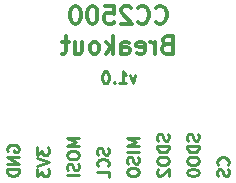
<source format=gbr>
G04 #@! TF.FileFunction,Legend,Bot*
%FSLAX46Y46*%
G04 Gerber Fmt 4.6, Leading zero omitted, Abs format (unit mm)*
G04 Created by KiCad (PCBNEW 4.0.7) date Wednesday, 02 May 2018 'AMt' 01:47:09 AM*
%MOMM*%
%LPD*%
G01*
G04 APERTURE LIST*
%ADD10C,0.100000*%
%ADD11C,0.250000*%
%ADD12C,0.300000*%
G04 APERTURE END LIST*
D10*
D11*
X110318571Y-89785714D02*
X110080476Y-90452381D01*
X109842380Y-89785714D01*
X108937618Y-90452381D02*
X109509047Y-90452381D01*
X109223333Y-90452381D02*
X109223333Y-89452381D01*
X109318571Y-89595238D01*
X109413809Y-89690476D01*
X109509047Y-89738095D01*
X108509047Y-90357143D02*
X108461428Y-90404762D01*
X108509047Y-90452381D01*
X108556666Y-90404762D01*
X108509047Y-90357143D01*
X108509047Y-90452381D01*
X107842381Y-89452381D02*
X107747142Y-89452381D01*
X107651904Y-89500000D01*
X107604285Y-89547619D01*
X107556666Y-89642857D01*
X107509047Y-89833333D01*
X107509047Y-90071429D01*
X107556666Y-90261905D01*
X107604285Y-90357143D01*
X107651904Y-90404762D01*
X107747142Y-90452381D01*
X107842381Y-90452381D01*
X107937619Y-90404762D01*
X107985238Y-90357143D01*
X108032857Y-90261905D01*
X108080476Y-90071429D01*
X108080476Y-89833333D01*
X108032857Y-89642857D01*
X107985238Y-89547619D01*
X107937619Y-89500000D01*
X107842381Y-89452381D01*
D12*
X112032856Y-85260714D02*
X112104285Y-85332143D01*
X112318571Y-85403571D01*
X112461428Y-85403571D01*
X112675713Y-85332143D01*
X112818571Y-85189286D01*
X112889999Y-85046429D01*
X112961428Y-84760714D01*
X112961428Y-84546429D01*
X112889999Y-84260714D01*
X112818571Y-84117857D01*
X112675713Y-83975000D01*
X112461428Y-83903571D01*
X112318571Y-83903571D01*
X112104285Y-83975000D01*
X112032856Y-84046429D01*
X110532856Y-85260714D02*
X110604285Y-85332143D01*
X110818571Y-85403571D01*
X110961428Y-85403571D01*
X111175713Y-85332143D01*
X111318571Y-85189286D01*
X111389999Y-85046429D01*
X111461428Y-84760714D01*
X111461428Y-84546429D01*
X111389999Y-84260714D01*
X111318571Y-84117857D01*
X111175713Y-83975000D01*
X110961428Y-83903571D01*
X110818571Y-83903571D01*
X110604285Y-83975000D01*
X110532856Y-84046429D01*
X109961428Y-84046429D02*
X109889999Y-83975000D01*
X109747142Y-83903571D01*
X109389999Y-83903571D01*
X109247142Y-83975000D01*
X109175713Y-84046429D01*
X109104285Y-84189286D01*
X109104285Y-84332143D01*
X109175713Y-84546429D01*
X110032856Y-85403571D01*
X109104285Y-85403571D01*
X107747142Y-83903571D02*
X108461428Y-83903571D01*
X108532857Y-84617857D01*
X108461428Y-84546429D01*
X108318571Y-84475000D01*
X107961428Y-84475000D01*
X107818571Y-84546429D01*
X107747142Y-84617857D01*
X107675714Y-84760714D01*
X107675714Y-85117857D01*
X107747142Y-85260714D01*
X107818571Y-85332143D01*
X107961428Y-85403571D01*
X108318571Y-85403571D01*
X108461428Y-85332143D01*
X108532857Y-85260714D01*
X106747143Y-83903571D02*
X106604286Y-83903571D01*
X106461429Y-83975000D01*
X106390000Y-84046429D01*
X106318571Y-84189286D01*
X106247143Y-84475000D01*
X106247143Y-84832143D01*
X106318571Y-85117857D01*
X106390000Y-85260714D01*
X106461429Y-85332143D01*
X106604286Y-85403571D01*
X106747143Y-85403571D01*
X106890000Y-85332143D01*
X106961429Y-85260714D01*
X107032857Y-85117857D01*
X107104286Y-84832143D01*
X107104286Y-84475000D01*
X107032857Y-84189286D01*
X106961429Y-84046429D01*
X106890000Y-83975000D01*
X106747143Y-83903571D01*
X105318572Y-83903571D02*
X105175715Y-83903571D01*
X105032858Y-83975000D01*
X104961429Y-84046429D01*
X104890000Y-84189286D01*
X104818572Y-84475000D01*
X104818572Y-84832143D01*
X104890000Y-85117857D01*
X104961429Y-85260714D01*
X105032858Y-85332143D01*
X105175715Y-85403571D01*
X105318572Y-85403571D01*
X105461429Y-85332143D01*
X105532858Y-85260714D01*
X105604286Y-85117857D01*
X105675715Y-84832143D01*
X105675715Y-84475000D01*
X105604286Y-84189286D01*
X105532858Y-84046429D01*
X105461429Y-83975000D01*
X105318572Y-83903571D01*
X112961428Y-87167857D02*
X112747142Y-87239286D01*
X112675714Y-87310714D01*
X112604285Y-87453571D01*
X112604285Y-87667857D01*
X112675714Y-87810714D01*
X112747142Y-87882143D01*
X112890000Y-87953571D01*
X113461428Y-87953571D01*
X113461428Y-86453571D01*
X112961428Y-86453571D01*
X112818571Y-86525000D01*
X112747142Y-86596429D01*
X112675714Y-86739286D01*
X112675714Y-86882143D01*
X112747142Y-87025000D01*
X112818571Y-87096429D01*
X112961428Y-87167857D01*
X113461428Y-87167857D01*
X111961428Y-87953571D02*
X111961428Y-86953571D01*
X111961428Y-87239286D02*
X111890000Y-87096429D01*
X111818571Y-87025000D01*
X111675714Y-86953571D01*
X111532857Y-86953571D01*
X110461429Y-87882143D02*
X110604286Y-87953571D01*
X110890000Y-87953571D01*
X111032857Y-87882143D01*
X111104286Y-87739286D01*
X111104286Y-87167857D01*
X111032857Y-87025000D01*
X110890000Y-86953571D01*
X110604286Y-86953571D01*
X110461429Y-87025000D01*
X110390000Y-87167857D01*
X110390000Y-87310714D01*
X111104286Y-87453571D01*
X109104286Y-87953571D02*
X109104286Y-87167857D01*
X109175715Y-87025000D01*
X109318572Y-86953571D01*
X109604286Y-86953571D01*
X109747143Y-87025000D01*
X109104286Y-87882143D02*
X109247143Y-87953571D01*
X109604286Y-87953571D01*
X109747143Y-87882143D01*
X109818572Y-87739286D01*
X109818572Y-87596429D01*
X109747143Y-87453571D01*
X109604286Y-87382143D01*
X109247143Y-87382143D01*
X109104286Y-87310714D01*
X108390000Y-87953571D02*
X108390000Y-86453571D01*
X108247143Y-87382143D02*
X107818572Y-87953571D01*
X107818572Y-86953571D02*
X108390000Y-87525000D01*
X106961428Y-87953571D02*
X107104286Y-87882143D01*
X107175714Y-87810714D01*
X107247143Y-87667857D01*
X107247143Y-87239286D01*
X107175714Y-87096429D01*
X107104286Y-87025000D01*
X106961428Y-86953571D01*
X106747143Y-86953571D01*
X106604286Y-87025000D01*
X106532857Y-87096429D01*
X106461428Y-87239286D01*
X106461428Y-87667857D01*
X106532857Y-87810714D01*
X106604286Y-87882143D01*
X106747143Y-87953571D01*
X106961428Y-87953571D01*
X105175714Y-86953571D02*
X105175714Y-87953571D01*
X105818571Y-86953571D02*
X105818571Y-87739286D01*
X105747143Y-87882143D01*
X105604285Y-87953571D01*
X105390000Y-87953571D01*
X105247143Y-87882143D01*
X105175714Y-87810714D01*
X104675714Y-86953571D02*
X104104285Y-86953571D01*
X104461428Y-86453571D02*
X104461428Y-87739286D01*
X104390000Y-87882143D01*
X104247142Y-87953571D01*
X104104285Y-87953571D01*
D11*
X118137143Y-97357143D02*
X118184762Y-97309524D01*
X118232381Y-97166667D01*
X118232381Y-97071429D01*
X118184762Y-96928571D01*
X118089524Y-96833333D01*
X117994286Y-96785714D01*
X117803810Y-96738095D01*
X117660952Y-96738095D01*
X117470476Y-96785714D01*
X117375238Y-96833333D01*
X117280000Y-96928571D01*
X117232381Y-97071429D01*
X117232381Y-97166667D01*
X117280000Y-97309524D01*
X117327619Y-97357143D01*
X118184762Y-97738095D02*
X118232381Y-97880952D01*
X118232381Y-98119048D01*
X118184762Y-98214286D01*
X118137143Y-98261905D01*
X118041905Y-98309524D01*
X117946667Y-98309524D01*
X117851429Y-98261905D01*
X117803810Y-98214286D01*
X117756190Y-98119048D01*
X117708571Y-97928571D01*
X117660952Y-97833333D01*
X117613333Y-97785714D01*
X117518095Y-97738095D01*
X117422857Y-97738095D01*
X117327619Y-97785714D01*
X117280000Y-97833333D01*
X117232381Y-97928571D01*
X117232381Y-98166667D01*
X117280000Y-98309524D01*
X115644762Y-94738095D02*
X115692381Y-94880952D01*
X115692381Y-95119048D01*
X115644762Y-95214286D01*
X115597143Y-95261905D01*
X115501905Y-95309524D01*
X115406667Y-95309524D01*
X115311429Y-95261905D01*
X115263810Y-95214286D01*
X115216190Y-95119048D01*
X115168571Y-94928571D01*
X115120952Y-94833333D01*
X115073333Y-94785714D01*
X114978095Y-94738095D01*
X114882857Y-94738095D01*
X114787619Y-94785714D01*
X114740000Y-94833333D01*
X114692381Y-94928571D01*
X114692381Y-95166667D01*
X114740000Y-95309524D01*
X115692381Y-95738095D02*
X114692381Y-95738095D01*
X114692381Y-95976190D01*
X114740000Y-96119048D01*
X114835238Y-96214286D01*
X114930476Y-96261905D01*
X115120952Y-96309524D01*
X115263810Y-96309524D01*
X115454286Y-96261905D01*
X115549524Y-96214286D01*
X115644762Y-96119048D01*
X115692381Y-95976190D01*
X115692381Y-95738095D01*
X114692381Y-96928571D02*
X114692381Y-97119048D01*
X114740000Y-97214286D01*
X114835238Y-97309524D01*
X115025714Y-97357143D01*
X115359048Y-97357143D01*
X115549524Y-97309524D01*
X115644762Y-97214286D01*
X115692381Y-97119048D01*
X115692381Y-96928571D01*
X115644762Y-96833333D01*
X115549524Y-96738095D01*
X115359048Y-96690476D01*
X115025714Y-96690476D01*
X114835238Y-96738095D01*
X114740000Y-96833333D01*
X114692381Y-96928571D01*
X114692381Y-97976190D02*
X114692381Y-98071429D01*
X114740000Y-98166667D01*
X114787619Y-98214286D01*
X114882857Y-98261905D01*
X115073333Y-98309524D01*
X115311429Y-98309524D01*
X115501905Y-98261905D01*
X115597143Y-98214286D01*
X115644762Y-98166667D01*
X115692381Y-98071429D01*
X115692381Y-97976190D01*
X115644762Y-97880952D01*
X115597143Y-97833333D01*
X115501905Y-97785714D01*
X115311429Y-97738095D01*
X115073333Y-97738095D01*
X114882857Y-97785714D01*
X114787619Y-97833333D01*
X114740000Y-97880952D01*
X114692381Y-97976190D01*
X113104762Y-94738095D02*
X113152381Y-94880952D01*
X113152381Y-95119048D01*
X113104762Y-95214286D01*
X113057143Y-95261905D01*
X112961905Y-95309524D01*
X112866667Y-95309524D01*
X112771429Y-95261905D01*
X112723810Y-95214286D01*
X112676190Y-95119048D01*
X112628571Y-94928571D01*
X112580952Y-94833333D01*
X112533333Y-94785714D01*
X112438095Y-94738095D01*
X112342857Y-94738095D01*
X112247619Y-94785714D01*
X112200000Y-94833333D01*
X112152381Y-94928571D01*
X112152381Y-95166667D01*
X112200000Y-95309524D01*
X113152381Y-95738095D02*
X112152381Y-95738095D01*
X112152381Y-95976190D01*
X112200000Y-96119048D01*
X112295238Y-96214286D01*
X112390476Y-96261905D01*
X112580952Y-96309524D01*
X112723810Y-96309524D01*
X112914286Y-96261905D01*
X113009524Y-96214286D01*
X113104762Y-96119048D01*
X113152381Y-95976190D01*
X113152381Y-95738095D01*
X112152381Y-96928571D02*
X112152381Y-97119048D01*
X112200000Y-97214286D01*
X112295238Y-97309524D01*
X112485714Y-97357143D01*
X112819048Y-97357143D01*
X113009524Y-97309524D01*
X113104762Y-97214286D01*
X113152381Y-97119048D01*
X113152381Y-96928571D01*
X113104762Y-96833333D01*
X113009524Y-96738095D01*
X112819048Y-96690476D01*
X112485714Y-96690476D01*
X112295238Y-96738095D01*
X112200000Y-96833333D01*
X112152381Y-96928571D01*
X112247619Y-97738095D02*
X112200000Y-97785714D01*
X112152381Y-97880952D01*
X112152381Y-98119048D01*
X112200000Y-98214286D01*
X112247619Y-98261905D01*
X112342857Y-98309524D01*
X112438095Y-98309524D01*
X112580952Y-98261905D01*
X113152381Y-97690476D01*
X113152381Y-98309524D01*
X110612381Y-95119048D02*
X109612381Y-95119048D01*
X110326667Y-95452382D01*
X109612381Y-95785715D01*
X110612381Y-95785715D01*
X110612381Y-96261905D02*
X109612381Y-96261905D01*
X110564762Y-96690476D02*
X110612381Y-96833333D01*
X110612381Y-97071429D01*
X110564762Y-97166667D01*
X110517143Y-97214286D01*
X110421905Y-97261905D01*
X110326667Y-97261905D01*
X110231429Y-97214286D01*
X110183810Y-97166667D01*
X110136190Y-97071429D01*
X110088571Y-96880952D01*
X110040952Y-96785714D01*
X109993333Y-96738095D01*
X109898095Y-96690476D01*
X109802857Y-96690476D01*
X109707619Y-96738095D01*
X109660000Y-96785714D01*
X109612381Y-96880952D01*
X109612381Y-97119048D01*
X109660000Y-97261905D01*
X109612381Y-97880952D02*
X109612381Y-98071429D01*
X109660000Y-98166667D01*
X109755238Y-98261905D01*
X109945714Y-98309524D01*
X110279048Y-98309524D01*
X110469524Y-98261905D01*
X110564762Y-98166667D01*
X110612381Y-98071429D01*
X110612381Y-97880952D01*
X110564762Y-97785714D01*
X110469524Y-97690476D01*
X110279048Y-97642857D01*
X109945714Y-97642857D01*
X109755238Y-97690476D01*
X109660000Y-97785714D01*
X109612381Y-97880952D01*
X108024762Y-95928571D02*
X108072381Y-96071428D01*
X108072381Y-96309524D01*
X108024762Y-96404762D01*
X107977143Y-96452381D01*
X107881905Y-96500000D01*
X107786667Y-96500000D01*
X107691429Y-96452381D01*
X107643810Y-96404762D01*
X107596190Y-96309524D01*
X107548571Y-96119047D01*
X107500952Y-96023809D01*
X107453333Y-95976190D01*
X107358095Y-95928571D01*
X107262857Y-95928571D01*
X107167619Y-95976190D01*
X107120000Y-96023809D01*
X107072381Y-96119047D01*
X107072381Y-96357143D01*
X107120000Y-96500000D01*
X107977143Y-97500000D02*
X108024762Y-97452381D01*
X108072381Y-97309524D01*
X108072381Y-97214286D01*
X108024762Y-97071428D01*
X107929524Y-96976190D01*
X107834286Y-96928571D01*
X107643810Y-96880952D01*
X107500952Y-96880952D01*
X107310476Y-96928571D01*
X107215238Y-96976190D01*
X107120000Y-97071428D01*
X107072381Y-97214286D01*
X107072381Y-97309524D01*
X107120000Y-97452381D01*
X107167619Y-97500000D01*
X108072381Y-98404762D02*
X108072381Y-97928571D01*
X107072381Y-97928571D01*
X105532381Y-95119048D02*
X104532381Y-95119048D01*
X105246667Y-95452382D01*
X104532381Y-95785715D01*
X105532381Y-95785715D01*
X104532381Y-96452381D02*
X104532381Y-96642858D01*
X104580000Y-96738096D01*
X104675238Y-96833334D01*
X104865714Y-96880953D01*
X105199048Y-96880953D01*
X105389524Y-96833334D01*
X105484762Y-96738096D01*
X105532381Y-96642858D01*
X105532381Y-96452381D01*
X105484762Y-96357143D01*
X105389524Y-96261905D01*
X105199048Y-96214286D01*
X104865714Y-96214286D01*
X104675238Y-96261905D01*
X104580000Y-96357143D01*
X104532381Y-96452381D01*
X105484762Y-97261905D02*
X105532381Y-97404762D01*
X105532381Y-97642858D01*
X105484762Y-97738096D01*
X105437143Y-97785715D01*
X105341905Y-97833334D01*
X105246667Y-97833334D01*
X105151429Y-97785715D01*
X105103810Y-97738096D01*
X105056190Y-97642858D01*
X105008571Y-97452381D01*
X104960952Y-97357143D01*
X104913333Y-97309524D01*
X104818095Y-97261905D01*
X104722857Y-97261905D01*
X104627619Y-97309524D01*
X104580000Y-97357143D01*
X104532381Y-97452381D01*
X104532381Y-97690477D01*
X104580000Y-97833334D01*
X105532381Y-98261905D02*
X104532381Y-98261905D01*
X101992381Y-95880952D02*
X101992381Y-96500000D01*
X102373333Y-96166666D01*
X102373333Y-96309524D01*
X102420952Y-96404762D01*
X102468571Y-96452381D01*
X102563810Y-96500000D01*
X102801905Y-96500000D01*
X102897143Y-96452381D01*
X102944762Y-96404762D01*
X102992381Y-96309524D01*
X102992381Y-96023809D01*
X102944762Y-95928571D01*
X102897143Y-95880952D01*
X101992381Y-96785714D02*
X102992381Y-97119047D01*
X101992381Y-97452381D01*
X101992381Y-97690476D02*
X101992381Y-98309524D01*
X102373333Y-97976190D01*
X102373333Y-98119048D01*
X102420952Y-98214286D01*
X102468571Y-98261905D01*
X102563810Y-98309524D01*
X102801905Y-98309524D01*
X102897143Y-98261905D01*
X102944762Y-98214286D01*
X102992381Y-98119048D01*
X102992381Y-97833333D01*
X102944762Y-97738095D01*
X102897143Y-97690476D01*
X99500000Y-96214286D02*
X99452381Y-96119048D01*
X99452381Y-95976191D01*
X99500000Y-95833333D01*
X99595238Y-95738095D01*
X99690476Y-95690476D01*
X99880952Y-95642857D01*
X100023810Y-95642857D01*
X100214286Y-95690476D01*
X100309524Y-95738095D01*
X100404762Y-95833333D01*
X100452381Y-95976191D01*
X100452381Y-96071429D01*
X100404762Y-96214286D01*
X100357143Y-96261905D01*
X100023810Y-96261905D01*
X100023810Y-96071429D01*
X100452381Y-96690476D02*
X99452381Y-96690476D01*
X100452381Y-97261905D01*
X99452381Y-97261905D01*
X100452381Y-97738095D02*
X99452381Y-97738095D01*
X99452381Y-97976190D01*
X99500000Y-98119048D01*
X99595238Y-98214286D01*
X99690476Y-98261905D01*
X99880952Y-98309524D01*
X100023810Y-98309524D01*
X100214286Y-98261905D01*
X100309524Y-98214286D01*
X100404762Y-98119048D01*
X100452381Y-97976190D01*
X100452381Y-97738095D01*
M02*

</source>
